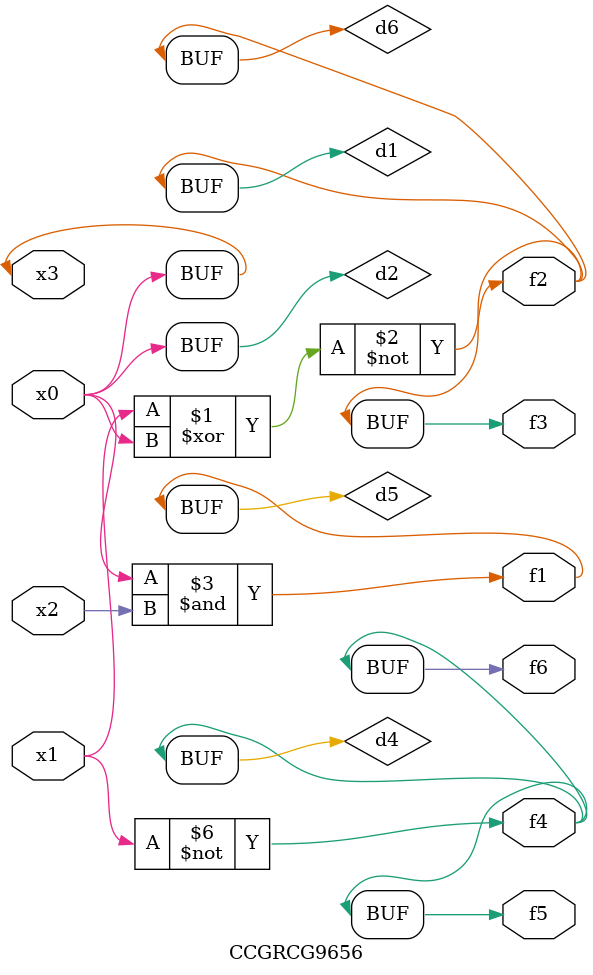
<source format=v>
module CCGRCG9656(
	input x0, x1, x2, x3,
	output f1, f2, f3, f4, f5, f6
);

	wire d1, d2, d3, d4, d5, d6;

	xnor (d1, x1, x3);
	buf (d2, x0, x3);
	nand (d3, x0, x2);
	not (d4, x1);
	nand (d5, d3);
	or (d6, d1);
	assign f1 = d5;
	assign f2 = d6;
	assign f3 = d6;
	assign f4 = d4;
	assign f5 = d4;
	assign f6 = d4;
endmodule

</source>
